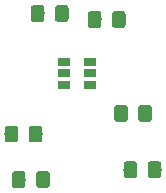
<source format=gbr>
G04 #@! TF.GenerationSoftware,KiCad,Pcbnew,(5.1.4)-1*
G04 #@! TF.CreationDate,2020-11-14T13:58:59-05:00*
G04 #@! TF.ProjectId,circuit,63697263-7569-4742-9e6b-696361645f70,rev?*
G04 #@! TF.SameCoordinates,Original*
G04 #@! TF.FileFunction,Paste,Top*
G04 #@! TF.FilePolarity,Positive*
%FSLAX46Y46*%
G04 Gerber Fmt 4.6, Leading zero omitted, Abs format (unit mm)*
G04 Created by KiCad (PCBNEW (5.1.4)-1) date 2020-11-14 13:58:59*
%MOMM*%
%LPD*%
G04 APERTURE LIST*
%ADD10C,0.100000*%
%ADD11C,1.150000*%
%ADD12R,1.060000X0.650000*%
G04 APERTURE END LIST*
D10*
G36*
X59776505Y-53149204D02*
G01*
X59800773Y-53152804D01*
X59824572Y-53158765D01*
X59847671Y-53167030D01*
X59869850Y-53177520D01*
X59890893Y-53190132D01*
X59910599Y-53204747D01*
X59928777Y-53221223D01*
X59945253Y-53239401D01*
X59959868Y-53259107D01*
X59972480Y-53280150D01*
X59982970Y-53302329D01*
X59991235Y-53325428D01*
X59997196Y-53349227D01*
X60000796Y-53373495D01*
X60002000Y-53397999D01*
X60002000Y-54298001D01*
X60000796Y-54322505D01*
X59997196Y-54346773D01*
X59991235Y-54370572D01*
X59982970Y-54393671D01*
X59972480Y-54415850D01*
X59959868Y-54436893D01*
X59945253Y-54456599D01*
X59928777Y-54474777D01*
X59910599Y-54491253D01*
X59890893Y-54505868D01*
X59869850Y-54518480D01*
X59847671Y-54528970D01*
X59824572Y-54537235D01*
X59800773Y-54543196D01*
X59776505Y-54546796D01*
X59752001Y-54548000D01*
X59101999Y-54548000D01*
X59077495Y-54546796D01*
X59053227Y-54543196D01*
X59029428Y-54537235D01*
X59006329Y-54528970D01*
X58984150Y-54518480D01*
X58963107Y-54505868D01*
X58943401Y-54491253D01*
X58925223Y-54474777D01*
X58908747Y-54456599D01*
X58894132Y-54436893D01*
X58881520Y-54415850D01*
X58871030Y-54393671D01*
X58862765Y-54370572D01*
X58856804Y-54346773D01*
X58853204Y-54322505D01*
X58852000Y-54298001D01*
X58852000Y-53397999D01*
X58853204Y-53373495D01*
X58856804Y-53349227D01*
X58862765Y-53325428D01*
X58871030Y-53302329D01*
X58881520Y-53280150D01*
X58894132Y-53259107D01*
X58908747Y-53239401D01*
X58925223Y-53221223D01*
X58943401Y-53204747D01*
X58963107Y-53190132D01*
X58984150Y-53177520D01*
X59006329Y-53167030D01*
X59029428Y-53158765D01*
X59053227Y-53152804D01*
X59077495Y-53149204D01*
X59101999Y-53148000D01*
X59752001Y-53148000D01*
X59776505Y-53149204D01*
X59776505Y-53149204D01*
G37*
D11*
X59427000Y-53848000D03*
D10*
G36*
X61826505Y-53149204D02*
G01*
X61850773Y-53152804D01*
X61874572Y-53158765D01*
X61897671Y-53167030D01*
X61919850Y-53177520D01*
X61940893Y-53190132D01*
X61960599Y-53204747D01*
X61978777Y-53221223D01*
X61995253Y-53239401D01*
X62009868Y-53259107D01*
X62022480Y-53280150D01*
X62032970Y-53302329D01*
X62041235Y-53325428D01*
X62047196Y-53349227D01*
X62050796Y-53373495D01*
X62052000Y-53397999D01*
X62052000Y-54298001D01*
X62050796Y-54322505D01*
X62047196Y-54346773D01*
X62041235Y-54370572D01*
X62032970Y-54393671D01*
X62022480Y-54415850D01*
X62009868Y-54436893D01*
X61995253Y-54456599D01*
X61978777Y-54474777D01*
X61960599Y-54491253D01*
X61940893Y-54505868D01*
X61919850Y-54518480D01*
X61897671Y-54528970D01*
X61874572Y-54537235D01*
X61850773Y-54543196D01*
X61826505Y-54546796D01*
X61802001Y-54548000D01*
X61151999Y-54548000D01*
X61127495Y-54546796D01*
X61103227Y-54543196D01*
X61079428Y-54537235D01*
X61056329Y-54528970D01*
X61034150Y-54518480D01*
X61013107Y-54505868D01*
X60993401Y-54491253D01*
X60975223Y-54474777D01*
X60958747Y-54456599D01*
X60944132Y-54436893D01*
X60931520Y-54415850D01*
X60921030Y-54393671D01*
X60912765Y-54370572D01*
X60906804Y-54346773D01*
X60903204Y-54322505D01*
X60902000Y-54298001D01*
X60902000Y-53397999D01*
X60903204Y-53373495D01*
X60906804Y-53349227D01*
X60912765Y-53325428D01*
X60921030Y-53302329D01*
X60931520Y-53280150D01*
X60944132Y-53259107D01*
X60958747Y-53239401D01*
X60975223Y-53221223D01*
X60993401Y-53204747D01*
X61013107Y-53190132D01*
X61034150Y-53177520D01*
X61056329Y-53167030D01*
X61079428Y-53158765D01*
X61103227Y-53152804D01*
X61127495Y-53149204D01*
X61151999Y-53148000D01*
X61802001Y-53148000D01*
X61826505Y-53149204D01*
X61826505Y-53149204D01*
G37*
D11*
X61477000Y-53848000D03*
D10*
G36*
X60230005Y-67208104D02*
G01*
X60254273Y-67211704D01*
X60278072Y-67217665D01*
X60301171Y-67225930D01*
X60323350Y-67236420D01*
X60344393Y-67249032D01*
X60364099Y-67263647D01*
X60382277Y-67280123D01*
X60398753Y-67298301D01*
X60413368Y-67318007D01*
X60425980Y-67339050D01*
X60436470Y-67361229D01*
X60444735Y-67384328D01*
X60450696Y-67408127D01*
X60454296Y-67432395D01*
X60455500Y-67456899D01*
X60455500Y-68356901D01*
X60454296Y-68381405D01*
X60450696Y-68405673D01*
X60444735Y-68429472D01*
X60436470Y-68452571D01*
X60425980Y-68474750D01*
X60413368Y-68495793D01*
X60398753Y-68515499D01*
X60382277Y-68533677D01*
X60364099Y-68550153D01*
X60344393Y-68564768D01*
X60323350Y-68577380D01*
X60301171Y-68587870D01*
X60278072Y-68596135D01*
X60254273Y-68602096D01*
X60230005Y-68605696D01*
X60205501Y-68606900D01*
X59555499Y-68606900D01*
X59530995Y-68605696D01*
X59506727Y-68602096D01*
X59482928Y-68596135D01*
X59459829Y-68587870D01*
X59437650Y-68577380D01*
X59416607Y-68564768D01*
X59396901Y-68550153D01*
X59378723Y-68533677D01*
X59362247Y-68515499D01*
X59347632Y-68495793D01*
X59335020Y-68474750D01*
X59324530Y-68452571D01*
X59316265Y-68429472D01*
X59310304Y-68405673D01*
X59306704Y-68381405D01*
X59305500Y-68356901D01*
X59305500Y-67456899D01*
X59306704Y-67432395D01*
X59310304Y-67408127D01*
X59316265Y-67384328D01*
X59324530Y-67361229D01*
X59335020Y-67339050D01*
X59347632Y-67318007D01*
X59362247Y-67298301D01*
X59378723Y-67280123D01*
X59396901Y-67263647D01*
X59416607Y-67249032D01*
X59437650Y-67236420D01*
X59459829Y-67225930D01*
X59482928Y-67217665D01*
X59506727Y-67211704D01*
X59530995Y-67208104D01*
X59555499Y-67206900D01*
X60205501Y-67206900D01*
X60230005Y-67208104D01*
X60230005Y-67208104D01*
G37*
D11*
X59880500Y-67906900D03*
D10*
G36*
X58180005Y-67208104D02*
G01*
X58204273Y-67211704D01*
X58228072Y-67217665D01*
X58251171Y-67225930D01*
X58273350Y-67236420D01*
X58294393Y-67249032D01*
X58314099Y-67263647D01*
X58332277Y-67280123D01*
X58348753Y-67298301D01*
X58363368Y-67318007D01*
X58375980Y-67339050D01*
X58386470Y-67361229D01*
X58394735Y-67384328D01*
X58400696Y-67408127D01*
X58404296Y-67432395D01*
X58405500Y-67456899D01*
X58405500Y-68356901D01*
X58404296Y-68381405D01*
X58400696Y-68405673D01*
X58394735Y-68429472D01*
X58386470Y-68452571D01*
X58375980Y-68474750D01*
X58363368Y-68495793D01*
X58348753Y-68515499D01*
X58332277Y-68533677D01*
X58314099Y-68550153D01*
X58294393Y-68564768D01*
X58273350Y-68577380D01*
X58251171Y-68587870D01*
X58228072Y-68596135D01*
X58204273Y-68602096D01*
X58180005Y-68605696D01*
X58155501Y-68606900D01*
X57505499Y-68606900D01*
X57480995Y-68605696D01*
X57456727Y-68602096D01*
X57432928Y-68596135D01*
X57409829Y-68587870D01*
X57387650Y-68577380D01*
X57366607Y-68564768D01*
X57346901Y-68550153D01*
X57328723Y-68533677D01*
X57312247Y-68515499D01*
X57297632Y-68495793D01*
X57285020Y-68474750D01*
X57274530Y-68452571D01*
X57266265Y-68429472D01*
X57260304Y-68405673D01*
X57256704Y-68381405D01*
X57255500Y-68356901D01*
X57255500Y-67456899D01*
X57256704Y-67432395D01*
X57260304Y-67408127D01*
X57266265Y-67384328D01*
X57274530Y-67361229D01*
X57285020Y-67339050D01*
X57297632Y-67318007D01*
X57312247Y-67298301D01*
X57328723Y-67280123D01*
X57346901Y-67263647D01*
X57366607Y-67249032D01*
X57387650Y-67236420D01*
X57409829Y-67225930D01*
X57432928Y-67217665D01*
X57456727Y-67211704D01*
X57480995Y-67208104D01*
X57505499Y-67206900D01*
X58155501Y-67206900D01*
X58180005Y-67208104D01*
X58180005Y-67208104D01*
G37*
D11*
X57830500Y-67906900D03*
D10*
G36*
X66826165Y-61604864D02*
G01*
X66850433Y-61608464D01*
X66874232Y-61614425D01*
X66897331Y-61622690D01*
X66919510Y-61633180D01*
X66940553Y-61645792D01*
X66960259Y-61660407D01*
X66978437Y-61676883D01*
X66994913Y-61695061D01*
X67009528Y-61714767D01*
X67022140Y-61735810D01*
X67032630Y-61757989D01*
X67040895Y-61781088D01*
X67046856Y-61804887D01*
X67050456Y-61829155D01*
X67051660Y-61853659D01*
X67051660Y-62753661D01*
X67050456Y-62778165D01*
X67046856Y-62802433D01*
X67040895Y-62826232D01*
X67032630Y-62849331D01*
X67022140Y-62871510D01*
X67009528Y-62892553D01*
X66994913Y-62912259D01*
X66978437Y-62930437D01*
X66960259Y-62946913D01*
X66940553Y-62961528D01*
X66919510Y-62974140D01*
X66897331Y-62984630D01*
X66874232Y-62992895D01*
X66850433Y-62998856D01*
X66826165Y-63002456D01*
X66801661Y-63003660D01*
X66151659Y-63003660D01*
X66127155Y-63002456D01*
X66102887Y-62998856D01*
X66079088Y-62992895D01*
X66055989Y-62984630D01*
X66033810Y-62974140D01*
X66012767Y-62961528D01*
X65993061Y-62946913D01*
X65974883Y-62930437D01*
X65958407Y-62912259D01*
X65943792Y-62892553D01*
X65931180Y-62871510D01*
X65920690Y-62849331D01*
X65912425Y-62826232D01*
X65906464Y-62802433D01*
X65902864Y-62778165D01*
X65901660Y-62753661D01*
X65901660Y-61853659D01*
X65902864Y-61829155D01*
X65906464Y-61804887D01*
X65912425Y-61781088D01*
X65920690Y-61757989D01*
X65931180Y-61735810D01*
X65943792Y-61714767D01*
X65958407Y-61695061D01*
X65974883Y-61676883D01*
X65993061Y-61660407D01*
X66012767Y-61645792D01*
X66033810Y-61633180D01*
X66055989Y-61622690D01*
X66079088Y-61614425D01*
X66102887Y-61608464D01*
X66127155Y-61604864D01*
X66151659Y-61603660D01*
X66801661Y-61603660D01*
X66826165Y-61604864D01*
X66826165Y-61604864D01*
G37*
D11*
X66476660Y-62303660D03*
D10*
G36*
X68876165Y-61604864D02*
G01*
X68900433Y-61608464D01*
X68924232Y-61614425D01*
X68947331Y-61622690D01*
X68969510Y-61633180D01*
X68990553Y-61645792D01*
X69010259Y-61660407D01*
X69028437Y-61676883D01*
X69044913Y-61695061D01*
X69059528Y-61714767D01*
X69072140Y-61735810D01*
X69082630Y-61757989D01*
X69090895Y-61781088D01*
X69096856Y-61804887D01*
X69100456Y-61829155D01*
X69101660Y-61853659D01*
X69101660Y-62753661D01*
X69100456Y-62778165D01*
X69096856Y-62802433D01*
X69090895Y-62826232D01*
X69082630Y-62849331D01*
X69072140Y-62871510D01*
X69059528Y-62892553D01*
X69044913Y-62912259D01*
X69028437Y-62930437D01*
X69010259Y-62946913D01*
X68990553Y-62961528D01*
X68969510Y-62974140D01*
X68947331Y-62984630D01*
X68924232Y-62992895D01*
X68900433Y-62998856D01*
X68876165Y-63002456D01*
X68851661Y-63003660D01*
X68201659Y-63003660D01*
X68177155Y-63002456D01*
X68152887Y-62998856D01*
X68129088Y-62992895D01*
X68105989Y-62984630D01*
X68083810Y-62974140D01*
X68062767Y-62961528D01*
X68043061Y-62946913D01*
X68024883Y-62930437D01*
X68008407Y-62912259D01*
X67993792Y-62892553D01*
X67981180Y-62871510D01*
X67970690Y-62849331D01*
X67962425Y-62826232D01*
X67956464Y-62802433D01*
X67952864Y-62778165D01*
X67951660Y-62753661D01*
X67951660Y-61853659D01*
X67952864Y-61829155D01*
X67956464Y-61804887D01*
X67962425Y-61781088D01*
X67970690Y-61757989D01*
X67981180Y-61735810D01*
X67993792Y-61714767D01*
X68008407Y-61695061D01*
X68024883Y-61676883D01*
X68043061Y-61660407D01*
X68062767Y-61645792D01*
X68083810Y-61633180D01*
X68105989Y-61622690D01*
X68129088Y-61614425D01*
X68152887Y-61608464D01*
X68177155Y-61604864D01*
X68201659Y-61603660D01*
X68851661Y-61603660D01*
X68876165Y-61604864D01*
X68876165Y-61604864D01*
G37*
D11*
X68526660Y-62303660D03*
D10*
G36*
X66652505Y-53657204D02*
G01*
X66676773Y-53660804D01*
X66700572Y-53666765D01*
X66723671Y-53675030D01*
X66745850Y-53685520D01*
X66766893Y-53698132D01*
X66786599Y-53712747D01*
X66804777Y-53729223D01*
X66821253Y-53747401D01*
X66835868Y-53767107D01*
X66848480Y-53788150D01*
X66858970Y-53810329D01*
X66867235Y-53833428D01*
X66873196Y-53857227D01*
X66876796Y-53881495D01*
X66878000Y-53905999D01*
X66878000Y-54806001D01*
X66876796Y-54830505D01*
X66873196Y-54854773D01*
X66867235Y-54878572D01*
X66858970Y-54901671D01*
X66848480Y-54923850D01*
X66835868Y-54944893D01*
X66821253Y-54964599D01*
X66804777Y-54982777D01*
X66786599Y-54999253D01*
X66766893Y-55013868D01*
X66745850Y-55026480D01*
X66723671Y-55036970D01*
X66700572Y-55045235D01*
X66676773Y-55051196D01*
X66652505Y-55054796D01*
X66628001Y-55056000D01*
X65977999Y-55056000D01*
X65953495Y-55054796D01*
X65929227Y-55051196D01*
X65905428Y-55045235D01*
X65882329Y-55036970D01*
X65860150Y-55026480D01*
X65839107Y-55013868D01*
X65819401Y-54999253D01*
X65801223Y-54982777D01*
X65784747Y-54964599D01*
X65770132Y-54944893D01*
X65757520Y-54923850D01*
X65747030Y-54901671D01*
X65738765Y-54878572D01*
X65732804Y-54854773D01*
X65729204Y-54830505D01*
X65728000Y-54806001D01*
X65728000Y-53905999D01*
X65729204Y-53881495D01*
X65732804Y-53857227D01*
X65738765Y-53833428D01*
X65747030Y-53810329D01*
X65757520Y-53788150D01*
X65770132Y-53767107D01*
X65784747Y-53747401D01*
X65801223Y-53729223D01*
X65819401Y-53712747D01*
X65839107Y-53698132D01*
X65860150Y-53685520D01*
X65882329Y-53675030D01*
X65905428Y-53666765D01*
X65929227Y-53660804D01*
X65953495Y-53657204D01*
X65977999Y-53656000D01*
X66628001Y-53656000D01*
X66652505Y-53657204D01*
X66652505Y-53657204D01*
G37*
D11*
X66303000Y-54356000D03*
D10*
G36*
X64602505Y-53657204D02*
G01*
X64626773Y-53660804D01*
X64650572Y-53666765D01*
X64673671Y-53675030D01*
X64695850Y-53685520D01*
X64716893Y-53698132D01*
X64736599Y-53712747D01*
X64754777Y-53729223D01*
X64771253Y-53747401D01*
X64785868Y-53767107D01*
X64798480Y-53788150D01*
X64808970Y-53810329D01*
X64817235Y-53833428D01*
X64823196Y-53857227D01*
X64826796Y-53881495D01*
X64828000Y-53905999D01*
X64828000Y-54806001D01*
X64826796Y-54830505D01*
X64823196Y-54854773D01*
X64817235Y-54878572D01*
X64808970Y-54901671D01*
X64798480Y-54923850D01*
X64785868Y-54944893D01*
X64771253Y-54964599D01*
X64754777Y-54982777D01*
X64736599Y-54999253D01*
X64716893Y-55013868D01*
X64695850Y-55026480D01*
X64673671Y-55036970D01*
X64650572Y-55045235D01*
X64626773Y-55051196D01*
X64602505Y-55054796D01*
X64578001Y-55056000D01*
X63927999Y-55056000D01*
X63903495Y-55054796D01*
X63879227Y-55051196D01*
X63855428Y-55045235D01*
X63832329Y-55036970D01*
X63810150Y-55026480D01*
X63789107Y-55013868D01*
X63769401Y-54999253D01*
X63751223Y-54982777D01*
X63734747Y-54964599D01*
X63720132Y-54944893D01*
X63707520Y-54923850D01*
X63697030Y-54901671D01*
X63688765Y-54878572D01*
X63682804Y-54854773D01*
X63679204Y-54830505D01*
X63678000Y-54806001D01*
X63678000Y-53905999D01*
X63679204Y-53881495D01*
X63682804Y-53857227D01*
X63688765Y-53833428D01*
X63697030Y-53810329D01*
X63707520Y-53788150D01*
X63720132Y-53767107D01*
X63734747Y-53747401D01*
X63751223Y-53729223D01*
X63769401Y-53712747D01*
X63789107Y-53698132D01*
X63810150Y-53685520D01*
X63832329Y-53675030D01*
X63855428Y-53666765D01*
X63879227Y-53660804D01*
X63903495Y-53657204D01*
X63927999Y-53656000D01*
X64578001Y-53656000D01*
X64602505Y-53657204D01*
X64602505Y-53657204D01*
G37*
D11*
X64253000Y-54356000D03*
D10*
G36*
X59607705Y-63362544D02*
G01*
X59631973Y-63366144D01*
X59655772Y-63372105D01*
X59678871Y-63380370D01*
X59701050Y-63390860D01*
X59722093Y-63403472D01*
X59741799Y-63418087D01*
X59759977Y-63434563D01*
X59776453Y-63452741D01*
X59791068Y-63472447D01*
X59803680Y-63493490D01*
X59814170Y-63515669D01*
X59822435Y-63538768D01*
X59828396Y-63562567D01*
X59831996Y-63586835D01*
X59833200Y-63611339D01*
X59833200Y-64511341D01*
X59831996Y-64535845D01*
X59828396Y-64560113D01*
X59822435Y-64583912D01*
X59814170Y-64607011D01*
X59803680Y-64629190D01*
X59791068Y-64650233D01*
X59776453Y-64669939D01*
X59759977Y-64688117D01*
X59741799Y-64704593D01*
X59722093Y-64719208D01*
X59701050Y-64731820D01*
X59678871Y-64742310D01*
X59655772Y-64750575D01*
X59631973Y-64756536D01*
X59607705Y-64760136D01*
X59583201Y-64761340D01*
X58933199Y-64761340D01*
X58908695Y-64760136D01*
X58884427Y-64756536D01*
X58860628Y-64750575D01*
X58837529Y-64742310D01*
X58815350Y-64731820D01*
X58794307Y-64719208D01*
X58774601Y-64704593D01*
X58756423Y-64688117D01*
X58739947Y-64669939D01*
X58725332Y-64650233D01*
X58712720Y-64629190D01*
X58702230Y-64607011D01*
X58693965Y-64583912D01*
X58688004Y-64560113D01*
X58684404Y-64535845D01*
X58683200Y-64511341D01*
X58683200Y-63611339D01*
X58684404Y-63586835D01*
X58688004Y-63562567D01*
X58693965Y-63538768D01*
X58702230Y-63515669D01*
X58712720Y-63493490D01*
X58725332Y-63472447D01*
X58739947Y-63452741D01*
X58756423Y-63434563D01*
X58774601Y-63418087D01*
X58794307Y-63403472D01*
X58815350Y-63390860D01*
X58837529Y-63380370D01*
X58860628Y-63372105D01*
X58884427Y-63366144D01*
X58908695Y-63362544D01*
X58933199Y-63361340D01*
X59583201Y-63361340D01*
X59607705Y-63362544D01*
X59607705Y-63362544D01*
G37*
D11*
X59258200Y-64061340D03*
D10*
G36*
X57557705Y-63362544D02*
G01*
X57581973Y-63366144D01*
X57605772Y-63372105D01*
X57628871Y-63380370D01*
X57651050Y-63390860D01*
X57672093Y-63403472D01*
X57691799Y-63418087D01*
X57709977Y-63434563D01*
X57726453Y-63452741D01*
X57741068Y-63472447D01*
X57753680Y-63493490D01*
X57764170Y-63515669D01*
X57772435Y-63538768D01*
X57778396Y-63562567D01*
X57781996Y-63586835D01*
X57783200Y-63611339D01*
X57783200Y-64511341D01*
X57781996Y-64535845D01*
X57778396Y-64560113D01*
X57772435Y-64583912D01*
X57764170Y-64607011D01*
X57753680Y-64629190D01*
X57741068Y-64650233D01*
X57726453Y-64669939D01*
X57709977Y-64688117D01*
X57691799Y-64704593D01*
X57672093Y-64719208D01*
X57651050Y-64731820D01*
X57628871Y-64742310D01*
X57605772Y-64750575D01*
X57581973Y-64756536D01*
X57557705Y-64760136D01*
X57533201Y-64761340D01*
X56883199Y-64761340D01*
X56858695Y-64760136D01*
X56834427Y-64756536D01*
X56810628Y-64750575D01*
X56787529Y-64742310D01*
X56765350Y-64731820D01*
X56744307Y-64719208D01*
X56724601Y-64704593D01*
X56706423Y-64688117D01*
X56689947Y-64669939D01*
X56675332Y-64650233D01*
X56662720Y-64629190D01*
X56652230Y-64607011D01*
X56643965Y-64583912D01*
X56638004Y-64560113D01*
X56634404Y-64535845D01*
X56633200Y-64511341D01*
X56633200Y-63611339D01*
X56634404Y-63586835D01*
X56638004Y-63562567D01*
X56643965Y-63538768D01*
X56652230Y-63515669D01*
X56662720Y-63493490D01*
X56675332Y-63472447D01*
X56689947Y-63452741D01*
X56706423Y-63434563D01*
X56724601Y-63418087D01*
X56744307Y-63403472D01*
X56765350Y-63390860D01*
X56787529Y-63380370D01*
X56810628Y-63372105D01*
X56834427Y-63366144D01*
X56858695Y-63362544D01*
X56883199Y-63361340D01*
X57533201Y-63361340D01*
X57557705Y-63362544D01*
X57557705Y-63362544D01*
G37*
D11*
X57208200Y-64061340D03*
D10*
G36*
X67631345Y-66364824D02*
G01*
X67655613Y-66368424D01*
X67679412Y-66374385D01*
X67702511Y-66382650D01*
X67724690Y-66393140D01*
X67745733Y-66405752D01*
X67765439Y-66420367D01*
X67783617Y-66436843D01*
X67800093Y-66455021D01*
X67814708Y-66474727D01*
X67827320Y-66495770D01*
X67837810Y-66517949D01*
X67846075Y-66541048D01*
X67852036Y-66564847D01*
X67855636Y-66589115D01*
X67856840Y-66613619D01*
X67856840Y-67513621D01*
X67855636Y-67538125D01*
X67852036Y-67562393D01*
X67846075Y-67586192D01*
X67837810Y-67609291D01*
X67827320Y-67631470D01*
X67814708Y-67652513D01*
X67800093Y-67672219D01*
X67783617Y-67690397D01*
X67765439Y-67706873D01*
X67745733Y-67721488D01*
X67724690Y-67734100D01*
X67702511Y-67744590D01*
X67679412Y-67752855D01*
X67655613Y-67758816D01*
X67631345Y-67762416D01*
X67606841Y-67763620D01*
X66956839Y-67763620D01*
X66932335Y-67762416D01*
X66908067Y-67758816D01*
X66884268Y-67752855D01*
X66861169Y-67744590D01*
X66838990Y-67734100D01*
X66817947Y-67721488D01*
X66798241Y-67706873D01*
X66780063Y-67690397D01*
X66763587Y-67672219D01*
X66748972Y-67652513D01*
X66736360Y-67631470D01*
X66725870Y-67609291D01*
X66717605Y-67586192D01*
X66711644Y-67562393D01*
X66708044Y-67538125D01*
X66706840Y-67513621D01*
X66706840Y-66613619D01*
X66708044Y-66589115D01*
X66711644Y-66564847D01*
X66717605Y-66541048D01*
X66725870Y-66517949D01*
X66736360Y-66495770D01*
X66748972Y-66474727D01*
X66763587Y-66455021D01*
X66780063Y-66436843D01*
X66798241Y-66420367D01*
X66817947Y-66405752D01*
X66838990Y-66393140D01*
X66861169Y-66382650D01*
X66884268Y-66374385D01*
X66908067Y-66368424D01*
X66932335Y-66364824D01*
X66956839Y-66363620D01*
X67606841Y-66363620D01*
X67631345Y-66364824D01*
X67631345Y-66364824D01*
G37*
D11*
X67281840Y-67063620D03*
D10*
G36*
X69681345Y-66364824D02*
G01*
X69705613Y-66368424D01*
X69729412Y-66374385D01*
X69752511Y-66382650D01*
X69774690Y-66393140D01*
X69795733Y-66405752D01*
X69815439Y-66420367D01*
X69833617Y-66436843D01*
X69850093Y-66455021D01*
X69864708Y-66474727D01*
X69877320Y-66495770D01*
X69887810Y-66517949D01*
X69896075Y-66541048D01*
X69902036Y-66564847D01*
X69905636Y-66589115D01*
X69906840Y-66613619D01*
X69906840Y-67513621D01*
X69905636Y-67538125D01*
X69902036Y-67562393D01*
X69896075Y-67586192D01*
X69887810Y-67609291D01*
X69877320Y-67631470D01*
X69864708Y-67652513D01*
X69850093Y-67672219D01*
X69833617Y-67690397D01*
X69815439Y-67706873D01*
X69795733Y-67721488D01*
X69774690Y-67734100D01*
X69752511Y-67744590D01*
X69729412Y-67752855D01*
X69705613Y-67758816D01*
X69681345Y-67762416D01*
X69656841Y-67763620D01*
X69006839Y-67763620D01*
X68982335Y-67762416D01*
X68958067Y-67758816D01*
X68934268Y-67752855D01*
X68911169Y-67744590D01*
X68888990Y-67734100D01*
X68867947Y-67721488D01*
X68848241Y-67706873D01*
X68830063Y-67690397D01*
X68813587Y-67672219D01*
X68798972Y-67652513D01*
X68786360Y-67631470D01*
X68775870Y-67609291D01*
X68767605Y-67586192D01*
X68761644Y-67562393D01*
X68758044Y-67538125D01*
X68756840Y-67513621D01*
X68756840Y-66613619D01*
X68758044Y-66589115D01*
X68761644Y-66564847D01*
X68767605Y-66541048D01*
X68775870Y-66517949D01*
X68786360Y-66495770D01*
X68798972Y-66474727D01*
X68813587Y-66455021D01*
X68830063Y-66436843D01*
X68848241Y-66420367D01*
X68867947Y-66405752D01*
X68888990Y-66393140D01*
X68911169Y-66382650D01*
X68934268Y-66374385D01*
X68958067Y-66368424D01*
X68982335Y-66364824D01*
X69006839Y-66363620D01*
X69656841Y-66363620D01*
X69681345Y-66364824D01*
X69681345Y-66364824D01*
G37*
D11*
X69331840Y-67063620D03*
D12*
X61638000Y-57978000D03*
X61638000Y-58928000D03*
X61638000Y-59878000D03*
X63838000Y-59878000D03*
X63838000Y-57978000D03*
X63838000Y-58928000D03*
M02*

</source>
